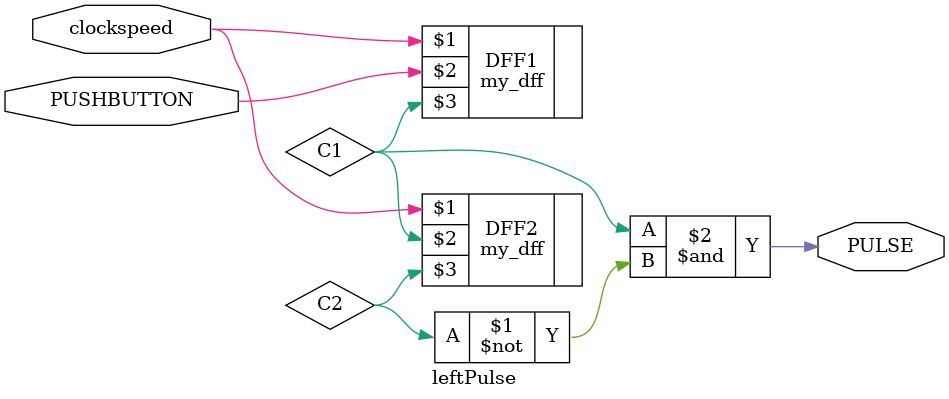
<source format=v>
`timescale 1ns / 1ps

module leftPulse(
input clockspeed, PUSHBUTTON,output PULSE
    );
    
    wire C1;
    wire C2;
    
    my_dff DFF1 (clockspeed, PUSHBUTTON, C1);
    my_dff DFF2 (clockspeed, C1, C2);
    
    assign PULSE = (C1&~C2);
endmodule


</source>
